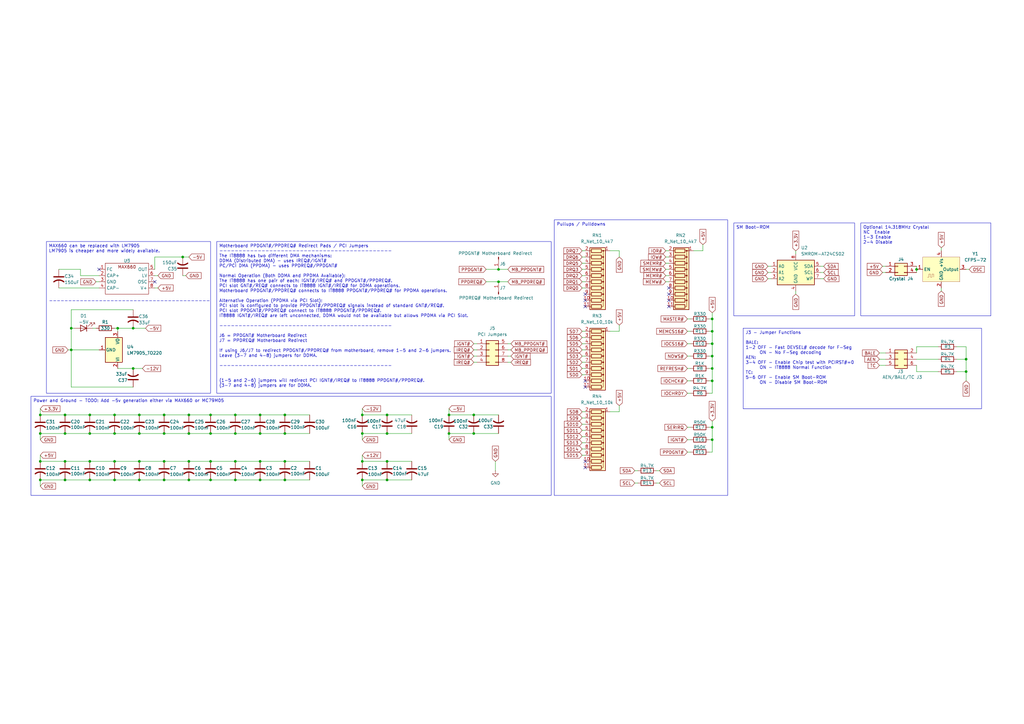
<source format=kicad_sch>
(kicad_sch (version 20250114) (generator "eeschema") (generator_version "9.0")
  (paper "A3")
  (text_box "MAX660 can be replaced with LM7905\nLM7905 is cheaper and more widely available.\n\n\n\n\n\n\n\n\n\n------------------------------------------" (at 19.05 99.06 0) (size 67.31 62.23) (margins 0.9525 0.9525 0.9525 0.9525) (effects (font (size 1.27 1.27)) (justify left top)))
  (text_box "Motherboard PPDGNT#/PPDREQ# Redirect Pads / PCI Jumpers\n---------------------------------------------\nThe IT8888 has two different DMA mechanisms:\nDDMA (Distributed DMA) - uses IREQ#/IGNT#\nPC/PCI DMA (PPDMA) - uses PPDREQ#/PPDGNT#\n\nNormal Operation (Both DDMA and PPDMA Available):\nThe IT8888 has one pair of each: IGNT#/IREQ# and PPDGNT#/PPDREQ#.\nPCI slot GNT#/REQ# connects to IT8888 IGNT#/IREQ# for DDMA operations.\nMotherboard PPDGNT#/PPDREQ# connects to IT8888 PPDGNT#/PPDREQ# for PPDMA operations.\n\nAlternative Operation (PPDMA via PCI Slot):\nPCI slot is configured to provide PPDGNT#/PPDREQ# signals instead of standard GNT#/REQ#.\nPCI slot PPDGNT#/PPDREQ# connect to IT8888 PPDGNT#/PPDREQ#.\nIT8888 IGNT#/IREQ# are left unconnected, DDMA would not be available but allows PPDMA via PCI Slot.\n\n---------------------------------------------\n\nJ6 = PPDGNT# Motherboard Redirect\nJ7 = PPDREQ# Motherboard Redirect\n\nIf using J6/J7 to redirect PPDGNT#/PPDREQ# from motherboard, remove 1-5 and 2-6 jumpers.\nLeave (3-7 and 4-8) jumpers for DDMA.\n\n---------------------------------------------\n\n\n(1-5 and 2-6) jumpers will redirect PCI IGNT#/IREQ# to IT8888 PPDGNT#/PPDREQ#. \n(3-7 and 4-8) jumpers are for DDMA.\n" (at 88.9 99.06 0) (size 137.16 62.23) (margins 0.9525 0.9525 0.9525 0.9525) (effects (font (size 1.27 1.27)) (justify left top)))
  (text_box "Pullups / Pulldowns" (at 227.33 90.17 0) (size 71.12 113.03) (margins 0.9525 0.9525 0.9525 0.9525) (effects (font (size 1.27 1.27)) (justify left top)))
  (text_box "SM Boot-ROM" (at 300.99 91.44 0) (size 49.53 38.1) (margins 0.9525 0.9525 0.9525 0.9525) (effects (font (size 1.27 1.27)) (justify left top)))
  (text_box "J3 - Jumper Functions\n\nBALE:\n1-2 OFF - Fast DEVSEL# decode for F-Seg\n	 ON - No F-Seg decoding\nAEN:\n3-4 OFF - Enable Chip test with PCIRST#=0\n	 ON - IT8888 Normal Function\nTC:\n5-6 OFF - Enable SM Boot-ROM\n	 ON - Disable SM Boot-ROM" (at 304.8 134.62 0) (size 97.79 33.02) (margins 0.9525 0.9525 0.9525 0.9525) (effects (font (size 1.27 1.27)) (justify left top)))
  (text_box "Power and Ground - TODO: Add -5v generation either via MAX660 or MC79M05" (at 12.7 162.56 0) (size 213.36 40.64) (margins 0.9525 0.9525 0.9525 0.9525) (effects (font (size 1.27 1.27)) (justify left top)))
  (text_box "Optional 14.318MHz Crystal\nNC  Enable\n1-3 Enable\n2-4 Disable" (at 353.06 91.44 0) (size 53.34 38.1) (margins 0.9525 0.9525 0.9525 0.9525) (effects (font (size 1.27 1.27)) (justify left top)))
  (junction (at 96.52 189.23))
  (junction (at 116.84 170.18))
  (junction (at 204.47 110.49))
  (junction (at 26.67 177.8))
  (junction (at 46.99 196.85))
  (junction (at 148.59 177.8))
  (junction (at 48.26 134.62))
  (junction (at 16.51 177.8))
  (junction (at 67.31 170.18))
  (junction (at 57.15 177.8))
  (junction (at 148.59 196.85))
  (junction (at 54.61 134.62))
  (junction (at 158.75 177.8))
  (junction (at 26.67 189.23))
  (junction (at 26.67 170.18))
  (junction (at 36.83 177.8))
  (junction (at 67.31 196.85))
  (junction (at 29.21 134.62))
  (junction (at 106.68 196.85))
  (junction (at 46.99 170.18))
  (junction (at 292.1 151.13))
  (junction (at 86.36 170.18))
  (junction (at 16.51 189.23))
  (junction (at 29.21 143.51))
  (junction (at 292.1 180.34))
  (junction (at 396.24 147.32))
  (junction (at 116.84 177.8))
  (junction (at 46.99 189.23))
  (junction (at 26.67 196.85))
  (junction (at 77.47 177.8))
  (junction (at 67.31 177.8))
  (junction (at 184.15 170.18))
  (junction (at 77.47 170.18))
  (junction (at 184.15 177.8))
  (junction (at 74.93 105.41))
  (junction (at 158.75 189.23))
  (junction (at 292.1 140.97))
  (junction (at 77.47 189.23))
  (junction (at 86.36 177.8))
  (junction (at 36.83 196.85))
  (junction (at 16.51 196.85))
  (junction (at 36.83 170.18))
  (junction (at 96.52 177.8))
  (junction (at 292.1 156.21))
  (junction (at 375.92 110.49))
  (junction (at 106.68 177.8))
  (junction (at 194.31 170.18))
  (junction (at 158.75 170.18))
  (junction (at 77.47 196.85))
  (junction (at 292.1 175.26))
  (junction (at 292.1 130.81))
  (junction (at 396.24 152.4))
  (junction (at 86.36 189.23))
  (junction (at 158.75 196.85))
  (junction (at 96.52 170.18))
  (junction (at 57.15 196.85))
  (junction (at 148.59 189.23))
  (junction (at 36.83 189.23))
  (junction (at 106.68 170.18))
  (junction (at 204.47 115.57))
  (junction (at 106.68 189.23))
  (junction (at 148.59 170.18))
  (junction (at 116.84 189.23))
  (junction (at 67.31 189.23))
  (junction (at 116.84 196.85))
  (junction (at 194.31 177.8))
  (junction (at 86.36 196.85))
  (junction (at 16.51 170.18))
  (junction (at 292.1 146.05))
  (junction (at 57.15 189.23))
  (junction (at 57.15 170.18))
  (junction (at 46.99 177.8))
  (junction (at 54.61 151.13))
  (junction (at 96.52 196.85))
  (junction (at 292.1 135.89))
  (no_connect (at 40.64 110.49))
  (no_connect (at 274.32 123.19))
  (no_connect (at 274.32 125.73))
  (no_connect (at 240.03 125.73))
  (no_connect (at 240.03 156.21))
  (no_connect (at 274.32 118.11))
  (no_connect (at 240.03 189.23))
  (no_connect (at 240.03 123.19))
  (no_connect (at 240.03 158.75))
  (no_connect (at 240.03 120.65))
  (no_connect (at 274.32 120.65))
  (no_connect (at 240.03 191.77))
  (no_connect (at 63.5 115.57))
  (wire (pts (xy 148.59 180.34) (xy 148.59 177.8)))
  (wire (pts (xy 46.99 170.18) (xy 57.15 170.18)))
  (wire (pts (xy 238.76 186.69) (xy 240.03 186.69)))
  (wire (pts (xy 48.26 134.62) (xy 48.26 135.89)))
  (wire (pts (xy 86.36 177.8) (xy 96.52 177.8)))
  (wire (pts (xy 336.55 114.3) (xy 337.82 114.3)))
  (wire (pts (xy 250.19 168.91) (xy 254 168.91)))
  (wire (pts (xy 116.84 196.85) (xy 127 196.85)))
  (wire (pts (xy 158.75 177.8) (xy 168.91 177.8)))
  (wire (pts (xy 199.39 115.57) (xy 204.47 115.57)))
  (wire (pts (xy 96.52 170.18) (xy 106.68 170.18)))
  (wire (pts (xy 16.51 186.69) (xy 16.51 189.23)))
  (wire (pts (xy 24.13 118.11) (xy 40.64 118.11)))
  (wire (pts (xy 273.05 110.49) (xy 274.32 110.49)))
  (wire (pts (xy 29.21 127) (xy 29.21 134.62)))
  (wire (pts (xy 16.51 189.23) (xy 26.67 189.23)))
  (wire (pts (xy 64.77 118.11) (xy 63.5 118.11)))
  (wire (pts (xy 67.31 177.8) (xy 77.47 177.8)))
  (wire (pts (xy 86.36 196.85) (xy 96.52 196.85)))
  (wire (pts (xy 208.28 140.97) (xy 209.55 140.97)))
  (wire (pts (xy 238.76 118.11) (xy 240.03 118.11)))
  (wire (pts (xy 116.84 189.23) (xy 127 189.23)))
  (wire (pts (xy 361.95 111.76) (xy 363.22 111.76)))
  (wire (pts (xy 375.92 109.22) (xy 375.92 110.49)))
  (wire (pts (xy 283.21 180.34) (xy 281.94 180.34)))
  (wire (pts (xy 292.1 130.81) (xy 292.1 135.89)))
  (wire (pts (xy 375.92 149.86) (xy 375.92 152.4)))
  (wire (pts (xy 281.94 140.97) (xy 283.21 140.97)))
  (wire (pts (xy 46.99 177.8) (xy 57.15 177.8)))
  (wire (pts (xy 194.31 148.59) (xy 195.58 148.59)))
  (wire (pts (xy 74.93 105.41) (xy 77.47 105.41)))
  (wire (pts (xy 375.92 152.4) (xy 384.81 152.4)))
  (wire (pts (xy 292.1 185.42) (xy 292.1 180.34)))
  (wire (pts (xy 16.51 199.39) (xy 16.51 196.85)))
  (wire (pts (xy 29.21 143.51) (xy 40.64 143.51)))
  (wire (pts (xy 29.21 134.62) (xy 30.48 134.62)))
  (wire (pts (xy 238.76 176.53) (xy 240.03 176.53)))
  (wire (pts (xy 375.92 147.32) (xy 384.81 147.32)))
  (wire (pts (xy 29.21 158.75) (xy 54.61 158.75)))
  (wire (pts (xy 36.83 170.18) (xy 46.99 170.18)))
  (wire (pts (xy 208.28 148.59) (xy 209.55 148.59)))
  (wire (pts (xy 33.02 113.03) (xy 33.02 110.49)))
  (wire (pts (xy 77.47 196.85) (xy 86.36 196.85)))
  (wire (pts (xy 148.59 167.64) (xy 148.59 170.18)))
  (wire (pts (xy 292.1 175.26) (xy 292.1 172.72)))
  (wire (pts (xy 284.48 102.87) (xy 288.29 102.87)))
  (wire (pts (xy 148.59 196.85) (xy 158.75 196.85)))
  (wire (pts (xy 238.76 135.89) (xy 240.03 135.89)))
  (wire (pts (xy 106.68 196.85) (xy 116.84 196.85)))
  (wire (pts (xy 57.15 196.85) (xy 67.31 196.85)))
  (wire (pts (xy 336.55 109.22) (xy 337.82 109.22)))
  (wire (pts (xy 40.64 113.03) (xy 33.02 113.03)))
  (wire (pts (xy 63.5 105.41) (xy 63.5 110.49)))
  (wire (pts (xy 16.51 196.85) (xy 26.67 196.85)))
  (wire (pts (xy 106.68 170.18) (xy 116.84 170.18)))
  (wire (pts (xy 238.76 138.43) (xy 240.03 138.43)))
  (wire (pts (xy 375.92 110.49) (xy 375.92 111.76)))
  (wire (pts (xy 292.1 135.89) (xy 292.1 140.97)))
  (wire (pts (xy 238.76 140.97) (xy 240.03 140.97)))
  (wire (pts (xy 260.35 198.12) (xy 261.62 198.12)))
  (wire (pts (xy 292.1 175.26) (xy 292.1 180.34)))
  (wire (pts (xy 238.76 173.99) (xy 240.03 173.99)))
  (wire (pts (xy 26.67 177.8) (xy 36.83 177.8)))
  (wire (pts (xy 238.76 171.45) (xy 240.03 171.45)))
  (wire (pts (xy 16.51 177.8) (xy 16.51 180.34)))
  (wire (pts (xy 397.51 110.49) (xy 396.24 110.49)))
  (wire (pts (xy 158.75 170.18) (xy 168.91 170.18)))
  (wire (pts (xy 290.83 146.05) (xy 292.1 146.05)))
  (wire (pts (xy 273.05 107.95) (xy 274.32 107.95)))
  (wire (pts (xy 254 133.35) (xy 254 135.89)))
  (wire (pts (xy 184.15 170.18) (xy 194.31 170.18)))
  (wire (pts (xy 184.15 177.8) (xy 194.31 177.8)))
  (wire (pts (xy 392.43 147.32) (xy 396.24 147.32)))
  (wire (pts (xy 86.36 170.18) (xy 96.52 170.18)))
  (wire (pts (xy 290.83 180.34) (xy 292.1 180.34)))
  (wire (pts (xy 260.35 193.04) (xy 261.62 193.04)))
  (wire (pts (xy 238.76 153.67) (xy 240.03 153.67)))
  (wire (pts (xy 194.31 143.51) (xy 195.58 143.51)))
  (wire (pts (xy 281.94 151.13) (xy 283.21 151.13)))
  (wire (pts (xy 26.67 189.23) (xy 36.83 189.23)))
  (wire (pts (xy 250.19 102.87) (xy 254 102.87)))
  (wire (pts (xy 57.15 189.23) (xy 67.31 189.23)))
  (wire (pts (xy 250.19 135.89) (xy 254 135.89)))
  (wire (pts (xy 392.43 142.24) (xy 396.24 142.24)))
  (wire (pts (xy 386.08 101.6) (xy 386.08 102.87)))
  (wire (pts (xy 158.75 196.85) (xy 168.91 196.85)))
  (wire (pts (xy 209.55 143.51) (xy 208.28 143.51)))
  (wire (pts (xy 148.59 189.23) (xy 158.75 189.23)))
  (wire (pts (xy 290.83 156.21) (xy 292.1 156.21)))
  (wire (pts (xy 281.94 135.89) (xy 283.21 135.89)))
  (wire (pts (xy 57.15 177.8) (xy 67.31 177.8)))
  (wire (pts (xy 96.52 177.8) (xy 106.68 177.8)))
  (wire (pts (xy 54.61 151.13) (xy 58.42 151.13)))
  (wire (pts (xy 148.59 186.69) (xy 148.59 189.23)))
  (wire (pts (xy 270.51 198.12) (xy 269.24 198.12)))
  (wire (pts (xy 238.76 115.57) (xy 240.03 115.57)))
  (wire (pts (xy 184.15 167.64) (xy 184.15 170.18)))
  (wire (pts (xy 238.76 184.15) (xy 240.03 184.15)))
  (wire (pts (xy 203.2 189.23) (xy 203.2 193.04)))
  (wire (pts (xy 36.83 177.8) (xy 46.99 177.8)))
  (wire (pts (xy 204.47 115.57) (xy 208.28 115.57)))
  (wire (pts (xy 238.76 146.05) (xy 240.03 146.05)))
  (wire (pts (xy 360.68 147.32) (xy 363.22 147.32)))
  (wire (pts (xy 290.83 161.29) (xy 292.1 161.29)))
  (wire (pts (xy 36.83 196.85) (xy 46.99 196.85)))
  (wire (pts (xy 106.68 189.23) (xy 116.84 189.23)))
  (wire (pts (xy 314.96 111.76) (xy 316.23 111.76)))
  (wire (pts (xy 96.52 196.85) (xy 106.68 196.85)))
  (wire (pts (xy 290.83 185.42) (xy 292.1 185.42)))
  (wire (pts (xy 326.39 119.38) (xy 326.39 120.65)))
  (wire (pts (xy 396.24 152.4) (xy 392.43 152.4)))
  (wire (pts (xy 148.59 177.8) (xy 158.75 177.8)))
  (wire (pts (xy 326.39 102.87) (xy 326.39 104.14)))
  (wire (pts (xy 273.05 113.03) (xy 274.32 113.03)))
  (wire (pts (xy 96.52 189.23) (xy 106.68 189.23)))
  (wire (pts (xy 396.24 147.32) (xy 396.24 152.4)))
  (wire (pts (xy 314.96 114.3) (xy 316.23 114.3)))
  (wire (pts (xy 46.99 189.23) (xy 57.15 189.23)))
  (wire (pts (xy 238.76 105.41) (xy 240.03 105.41)))
  (wire (pts (xy 54.61 134.62) (xy 59.69 134.62)))
  (wire (pts (xy 16.51 170.18) (xy 26.67 170.18)))
  (wire (pts (xy 336.55 111.76) (xy 337.82 111.76)))
  (wire (pts (xy 238.76 179.07) (xy 240.03 179.07)))
  (wire (pts (xy 204.47 110.49) (xy 208.28 110.49)))
  (wire (pts (xy 46.99 196.85) (xy 57.15 196.85)))
  (wire (pts (xy 77.47 170.18) (xy 86.36 170.18)))
  (wire (pts (xy 292.1 146.05) (xy 292.1 151.13)))
  (wire (pts (xy 29.21 134.62) (xy 29.21 143.51)))
  (wire (pts (xy 360.68 144.78) (xy 363.22 144.78)))
  (wire (pts (xy 238.76 110.49) (xy 240.03 110.49)))
  (wire (pts (xy 36.83 189.23) (xy 46.99 189.23)))
  (wire (pts (xy 194.31 140.97) (xy 195.58 140.97)))
  (wire (pts (xy 281.94 146.05) (xy 283.21 146.05)))
  (wire (pts (xy 292.1 128.27) (xy 292.1 130.81)))
  (wire (pts (xy 386.08 119.38) (xy 386.08 118.11)))
  (wire (pts (xy 16.51 167.64) (xy 16.51 170.18)))
  (wire (pts (xy 238.76 113.03) (xy 240.03 113.03)))
  (wire (pts (xy 27.94 143.51) (xy 29.21 143.51)))
  (wire (pts (xy 184.15 177.8) (xy 184.15 180.34)))
  (wire (pts (xy 273.05 115.57) (xy 274.32 115.57)))
  (wire (pts (xy 238.76 102.87) (xy 240.03 102.87)))
  (wire (pts (xy 46.99 134.62) (xy 48.26 134.62)))
  (wire (pts (xy 57.15 170.18) (xy 67.31 170.18)))
  (wire (pts (xy 39.37 115.57) (xy 40.64 115.57)))
  (wire (pts (xy 273.05 105.41) (xy 274.32 105.41)))
  (wire (pts (xy 283.21 185.42) (xy 281.94 185.42)))
  (wire (pts (xy 254 102.87) (xy 254 105.41)))
  (wire (pts (xy 290.83 140.97) (xy 292.1 140.97)))
  (wire (pts (xy 238.76 148.59) (xy 240.03 148.59)))
  (wire (pts (xy 67.31 170.18) (xy 77.47 170.18)))
  (wire (pts (xy 290.83 135.89) (xy 292.1 135.89)))
  (wire (pts (xy 375.92 142.24) (xy 384.81 142.24)))
  (wire (pts (xy 63.5 113.03) (xy 64.77 113.03)))
  (wire (pts (xy 29.21 158.75) (xy 29.21 143.51)))
  (wire (pts (xy 238.76 107.95) (xy 240.03 107.95)))
  (wire (pts (xy 281.94 130.81) (xy 283.21 130.81)))
  (wire (pts (xy 361.95 109.22) (xy 363.22 109.22)))
  (wire (pts (xy 290.83 151.13) (xy 292.1 151.13)))
  (wire (pts (xy 158.75 189.23) (xy 168.91 189.23)))
  (wire (pts (xy 16.51 177.8) (xy 26.67 177.8)))
  (wire (pts (xy 77.47 189.23) (xy 86.36 189.23)))
  (wire (pts (xy 148.59 170.18) (xy 158.75 170.18)))
  (wire (pts (xy 288.29 102.87) (xy 288.29 100.33)))
  (wire (pts (xy 116.84 177.8) (xy 127 177.8)))
  (wire (pts (xy 194.31 170.18) (xy 204.47 170.18)))
  (wire (pts (xy 86.36 189.23) (xy 96.52 189.23)))
  (wire (pts (xy 375.92 144.78) (xy 375.92 142.24)))
  (wire (pts (xy 199.39 110.49) (xy 204.47 110.49)))
  (wire (pts (xy 292.1 140.97) (xy 292.1 146.05)))
  (wire (pts (xy 148.59 199.39) (xy 148.59 196.85)))
  (wire (pts (xy 396.24 142.24) (xy 396.24 147.32)))
  (wire (pts (xy 238.76 181.61) (xy 240.03 181.61)))
  (wire (pts (xy 194.31 146.05) (xy 195.58 146.05)))
  (wire (pts (xy 238.76 151.13) (xy 240.03 151.13)))
  (wire (pts (xy 26.67 196.85) (xy 36.83 196.85)))
  (wire (pts (xy 39.37 134.62) (xy 38.1 134.62)))
  (wire (pts (xy 290.83 175.26) (xy 292.1 175.26)))
  (wire (pts (xy 76.2 113.03) (xy 74.93 113.03)))
  (wire (pts (xy 292.1 156.21) (xy 292.1 161.29)))
  (wire (pts (xy 48.26 151.13) (xy 54.61 151.13)))
  (wire (pts (xy 116.84 170.18) (xy 127 170.18)))
  (wire (pts (xy 208.28 146.05) (xy 209.55 146.05)))
  (wire (pts (xy 292.1 151.13) (xy 292.1 156.21)))
  (wire (pts (xy 238.76 143.51) (xy 240.03 143.51)))
  (wire (pts (xy 29.21 127) (xy 54.61 127)))
  (wire (pts (xy 48.26 134.62) (xy 54.61 134.62)))
  (wire (pts (xy 194.31 177.8) (xy 204.47 177.8)))
  (wire (pts (xy 238.76 168.91) (xy 240.03 168.91)))
  (wire (pts (xy 314.96 109.22) (xy 316.23 109.22)))
  (wire (pts (xy 67.31 189.23) (xy 77.47 189.23)))
  (wire (pts (xy 360.68 149.86) (xy 363.22 149.86)))
  (wire (pts (xy 281.94 156.21) (xy 283.21 156.21)))
  (wire (pts (xy 106.68 177.8) (xy 116.84 177.8)))
  (wire (pts (xy 273.05 102.87) (xy 274.32 102.87)))
  (wire (pts (xy 26.67 170.18) (xy 36.83 170.18)))
  (wire (pts (xy 270.51 193.04) (xy 269.24 193.04)))
  (wire (pts (xy 33.02 110.49) (xy 24.13 110.49)))
  (wire (pts (xy 67.31 196.85) (xy 77.47 196.85)))
  (wire (pts (xy 63.5 105.41) (xy 74.93 105.41)))
  (wire (pts (xy 283.21 175.26) (xy 281.94 175.26)))
  (wire (pts (xy 396.24 152.4) (xy 396.24 156.21)))
  (wire (pts (xy 292.1 130.81) (xy 290.83 130.81)))
  (wire (pts (xy 254 168.91) (xy 254 166.37)))
  (wire (pts (xy 283.21 161.29) (xy 281.94 161.29)))
  (wire (pts (xy 77.47 177.8) (xy 86.36 177.8)))
  (global_label "+3.3V" (shape input) (at 16.51 167.64 0) (property "Intersheetrefs" "${INTERSHEET_REFS}" (effects (hide yes))))
  (global_label "GND" (shape input) (at 314.96 114.3 180) (property "Intersheetrefs" "${INTERSHEET_REFS}" (effects (hide yes))))
  (global_label "PPDREQ#" (shape input) (at 199.39 115.57 180) (property "Intersheetrefs" "${INTERSHEET_REFS}" (effects (hide yes))))
  (global_label "MEMW#" (shape input) (at 273.05 115.57 180) (property "Intersheetrefs" "${INTERSHEET_REFS}" (effects (hide yes))))
  (global_label "+3.3V" (shape input) (at 326.39 102.87 90) (property "Intersheetrefs" "${INTERSHEET_REFS}" (effects (hide yes))))
  (global_label "SCL" (shape input) (at 260.35 198.12 180) (property "Intersheetrefs" "${INTERSHEET_REFS}" (effects (hide yes))))
  (global_label "SD7" (shape input) (at 238.76 135.89 180) (property "Intersheetrefs" "${INTERSHEET_REFS}" (effects (hide yes))))
  (global_label "IOW#" (shape input) (at 273.05 105.41 180) (property "Intersheetrefs" "${INTERSHEET_REFS}" (effects (hide yes))))
  (global_label "SDA" (shape input) (at 337.82 109.22 0) (property "Intersheetrefs" "${INTERSHEET_REFS}" (effects (hide yes))))
  (global_label "GND" (shape input) (at 64.77 113.03 0) (property "Intersheetrefs" "${INTERSHEET_REFS}" (effects (hide yes))))
  (global_label "+5V" (shape input) (at 64.77 118.11 0) (property "Intersheetrefs" "${INTERSHEET_REFS}" (effects (hide yes))))
  (global_label "IGNT#" (shape input) (at 281.94 180.34 180) (property "Intersheetrefs" "${INTERSHEET_REFS}" (effects (hide yes))))
  (global_label "GND" (shape input) (at 314.96 109.22 180) (property "Intersheetrefs" "${INTERSHEET_REFS}" (effects (hide yes))))
  (global_label "SD1" (shape input) (at 238.76 151.13 180) (property "Intersheetrefs" "${INTERSHEET_REFS}" (effects (hide yes))))
  (global_label "SD8" (shape input) (at 238.76 168.91 180) (property "Intersheetrefs" "${INTERSHEET_REFS}" (effects (hide yes))))
  (global_label "SCL" (shape input) (at 337.82 111.76 0) (property "Intersheetrefs" "${INTERSHEET_REFS}" (effects (hide yes))))
  (global_label "SD3" (shape input) (at 238.76 146.05 180) (property "Intersheetrefs" "${INTERSHEET_REFS}" (effects (hide yes))))
  (global_label "GND" (shape input) (at 148.59 199.39 0) (property "Intersheetrefs" "${INTERSHEET_REFS}" (effects (hide yes))))
  (global_label "GND" (shape input) (at 184.15 180.34 0) (property "Intersheetrefs" "${INTERSHEET_REFS}" (effects (hide yes))))
  (global_label "SD14" (shape input) (at 238.76 184.15 180) (property "Intersheetrefs" "${INTERSHEET_REFS}" (effects (hide yes))))
  (global_label "SD6" (shape input) (at 238.76 138.43 180) (property "Intersheetrefs" "${INTERSHEET_REFS}" (effects (hide yes))))
  (global_label "SCL" (shape input) (at 270.51 198.12 0) (property "Intersheetrefs" "${INTERSHEET_REFS}" (effects (hide yes))))
  (global_label "SD11" (shape input) (at 238.76 176.53 180) (property "Intersheetrefs" "${INTERSHEET_REFS}" (effects (hide yes))))
  (global_label "SDA" (shape input) (at 270.51 193.04 0) (property "Intersheetrefs" "${INTERSHEET_REFS}" (effects (hide yes))))
  (global_label "DRQ6" (shape input) (at 238.76 105.41 180) (property "Intersheetrefs" "${INTERSHEET_REFS}" (effects (hide yes))))
  (global_label "MB_PPDREQ#" (shape input) (at 208.28 115.57 0) (property "Intersheetrefs" "${INTERSHEET_REFS}" (effects (hide yes))))
  (global_label "PPDGNT#" (shape input) (at 199.39 110.49 180) (property "Intersheetrefs" "${INTERSHEET_REFS}" (effects (hide yes))))
  (global_label "DRQ0" (shape input) (at 238.76 118.11 180) (property "Intersheetrefs" "${INTERSHEET_REFS}" (effects (hide yes))))
  (global_label "-12V" (shape input) (at 148.59 167.64 0) (property "Intersheetrefs" "${INTERSHEET_REFS}" (effects (hide yes))))
  (global_label "GND" (shape input) (at 76.2 113.03 0) (property "Intersheetrefs" "${INTERSHEET_REFS}" (effects (hide yes))))
  (global_label "GND" (shape input) (at 386.08 119.38 270) (property "Intersheetrefs" "${INTERSHEET_REFS}" (effects (hide yes))))
  (global_label "-5V" (shape input) (at 59.69 134.62 0) (property "Intersheetrefs" "${INTERSHEET_REFS}" (effects (hide yes))))
  (global_label "SD9" (shape input) (at 238.76 171.45 180) (property "Intersheetrefs" "${INTERSHEET_REFS}" (effects (hide yes))))
  (global_label "DRQ7" (shape input) (at 238.76 102.87 180) (property "Intersheetrefs" "${INTERSHEET_REFS}" (effects (hide yes))))
  (global_label "PPDGNT#" (shape input) (at 281.94 185.42 180) (property "Intersheetrefs" "${INTERSHEET_REFS}" (effects (hide yes))))
  (global_label "SD12" (shape input) (at 238.76 179.07 180) (property "Intersheetrefs" "${INTERSHEET_REFS}" (effects (hide yes))))
  (global_label "-12V" (shape input) (at 58.42 151.13 0) (property "Intersheetrefs" "${INTERSHEET_REFS}" (effects (hide yes))))
  (global_label "MB_PPDGNT#" (shape input) (at 209.55 140.97 0) (property "Intersheetrefs" "${INTERSHEET_REFS}" (effects (hide yes))))
  (global_label "DRQ2" (shape input) (at 238.76 113.03 180) (property "Intersheetrefs" "${INTERSHEET_REFS}" (effects (hide yes))))
  (global_label "IGNT#" (shape input) (at 194.31 140.97 180) (property "Intersheetrefs" "${INTERSHEET_REFS}" (effects (hide yes))))
  (global_label "IOCHRDY" (shape input) (at 281.94 161.29 180) (property "Intersheetrefs" "${INTERSHEET_REFS}" (effects (hide yes))))
  (global_label "GND" (shape input) (at 314.96 111.76 180) (property "Intersheetrefs" "${INTERSHEET_REFS}" (effects (hide yes))))
  (global_label "MASTER#" (shape input) (at 281.94 130.81 180) (property "Intersheetrefs" "${INTERSHEET_REFS}" (effects (hide yes))))
  (global_label "-5V" (shape input) (at 184.15 167.64 0) (property "Intersheetrefs" "${INTERSHEET_REFS}" (effects (hide yes))))
  (global_label "TC" (shape input) (at 360.68 149.86 180) (property "Intersheetrefs" "${INTERSHEET_REFS}" (effects (hide yes))))
  (global_label "IREQ#" (shape input) (at 194.31 143.51 180) (property "Intersheetrefs" "${INTERSHEET_REFS}" (effects (hide yes))))
  (global_label "NOWS#" (shape input) (at 281.94 146.05 180) (property "Intersheetrefs" "${INTERSHEET_REFS}" (effects (hide yes))))
  (global_label "MB_PPDREQ#" (shape input) (at 209.55 143.51 0) (property "Intersheetrefs" "${INTERSHEET_REFS}" (effects (hide yes))))
  (global_label "GND" (shape input) (at 39.37 115.57 180) (property "Intersheetrefs" "${INTERSHEET_REFS}" (effects (hide yes))))
  (global_label "GND" (shape input) (at 337.82 114.3 0) (property "Intersheetrefs" "${INTERSHEET_REFS}" (effects (hide yes))))
  (global_label "MEMR#" (shape input) (at 273.05 113.03 180) (property "Intersheetrefs" "${INTERSHEET_REFS}" (effects (hide yes))))
  (global_label "+5V" (shape input) (at 16.51 186.69 0) (property "Intersheetrefs" "${INTERSHEET_REFS}" (effects (hide yes))))
  (global_label "GND" (shape input) (at 27.94 143.51 180) (property "Intersheetrefs" "${INTERSHEET_REFS}" (effects (hide yes))))
  (global_label "IREQ#" (shape input) (at 194.31 148.59 180) (property "Intersheetrefs" "${INTERSHEET_REFS}" (effects (hide yes))))
  (global_label "+5V" (shape input) (at 292.1 128.27 90) (property "Intersheetrefs" "${INTERSHEET_REFS}" (effects (hide yes))))
  (global_label "OSC" (shape input) (at 397.51 110.49 0) (property "Intersheetrefs" "${INTERSHEET_REFS}" (effects (hide yes))))
  (global_label "-5V" (shape input) (at 77.47 105.41 0) (property "Intersheetrefs" "${INTERSHEET_REFS}" (effects (hide yes))))
  (global_label "+5V" (shape input) (at 386.08 101.6 90) (property "Intersheetrefs" "${INTERSHEET_REFS}" (effects (hide yes))))
  (global_label "GND" (shape input) (at 203.2 189.23 90) (property "Intersheetrefs" "${INTERSHEET_REFS}" (effects (hide yes))))
  (global_label "DRQ1" (shape input) (at 238.76 115.57 180) (property "Intersheetrefs" "${INTERSHEET_REFS}" (effects (hide yes))))
  (global_label "IOCHCK#" (shape input) (at 281.94 156.21 180) (property "Intersheetrefs" "${INTERSHEET_REFS}" (effects (hide yes))))
  (global_label "+5V" (shape input) (at 288.29 100.33 90) (property "Intersheetrefs" "${INTERSHEET_REFS}" (effects (hide yes))))
  (global_label "SD2" (shape input) (at 238.76 148.59 180) (property "Intersheetrefs" "${INTERSHEET_REFS}" (effects (hide yes))))
  (global_label "+3.3V" (shape input) (at 292.1 172.72 90) (property "Intersheetrefs" "${INTERSHEET_REFS}" (effects (hide yes))))
  (global_label "REFRESH#" (shape input) (at 281.94 151.13 180) (property "Intersheetrefs" "${INTERSHEET_REFS}" (effects (hide yes))))
  (global_label "DRQ3" (shape input) (at 238.76 110.49 180) (property "Intersheetrefs" "${INTERSHEET_REFS}" (effects (hide yes))))
  (global_label "GND" (shape input) (at 361.95 111.76 180) (property "Intersheetrefs" "${INTERSHEET_REFS}" (effects (hide yes))))
  (global_label "SD15" (shape input) (at 238.76 186.69 180) (property "Intersheetrefs" "${INTERSHEET_REFS}" (effects (hide yes))))
  (global_label "+5V" (shape input) (at 254 133.35 90) (property "Intersheetrefs" "${INTERSHEET_REFS}" (effects (hide yes))))
  (global_label "IOCS16#" (shape input) (at 281.94 140.97 180) (property "Intersheetrefs" "${INTERSHEET_REFS}" (effects (hide yes))))
  (global_label "GND" (shape input) (at 326.39 120.65 270) (property "Intersheetrefs" "${INTERSHEET_REFS}" (effects (hide yes))))
  (global_label "SD5" (shape input) (at 238.76 140.97 180) (property "Intersheetrefs" "${INTERSHEET_REFS}" (effects (hide yes))))
  (global_label "IREQ#" (shape input) (at 209.55 148.59 0) (property "Intersheetrefs" "${INTERSHEET_REFS}" (effects (hide yes))))
  (global_label "IGNT#" (shape input) (at 194.31 146.05 180) (property "Intersheetrefs" "${INTERSHEET_REFS}" (effects (hide yes))))
  (global_label "SD4" (shape input) (at 238.76 143.51 180) (property "Intersheetrefs" "${INTERSHEET_REFS}" (effects (hide yes))))
  (global_label "SMEMW#" (shape input) (at 273.05 110.49 180) (property "Intersheetrefs" "${INTERSHEET_REFS}" (effects (hide yes))))
  (global_label "+5V" (shape input) (at 254 166.37 90) (property "Intersheetrefs" "${INTERSHEET_REFS}" (effects (hide yes))))
  (global_label "GND" (shape input) (at 16.51 180.34 0) (property "Intersheetrefs" "${INTERSHEET_REFS}" (effects (hide yes))))
  (global_label "+12V" (shape input) (at 148.59 186.69 0) (property "Intersheetrefs" "${INTERSHEET_REFS}" (effects (hide yes))))
  (global_label "MEMCS16#" (shape input) (at 281.94 135.89 180) (property "Intersheetrefs" "${INTERSHEET_REFS}" (effects (hide yes))))
  (global_label "MB_PPDGNT#" (shape input) (at 208.28 110.49 0) (property "Intersheetrefs" "${INTERSHEET_REFS}" (effects (hide yes))))
  (global_label "DRQ5" (shape input) (at 238.76 107.95 180) (property "Intersheetrefs" "${INTERSHEET_REFS}" (effects (hide yes))))
  (global_label "GND" (shape input) (at 396.24 156.21 270) (property "Intersheetrefs" "${INTERSHEET_REFS}" (effects (hide yes))))
  (global_label "SMEMR#" (shape input) (at 273.05 107.95 180) (property "Intersheetrefs" "${INTERSHEET_REFS}" (effects (hide yes))))
  (global_label "SD13" (shape input) (at 238.76 181.61 180) (property "Intersheetrefs" "${INTERSHEET_REFS}" (effects (hide yes))))
  (global_label "SD0" (shape input) (at 238.76 153.67 180) (property "Intersheetrefs" "${INTERSHEET_REFS}" (effects (hide yes))))
  (global_label "BALE" (shape input) (at 360.68 144.78 180) (property "Intersheetrefs" "${INTERSHEET_REFS}" (effects (hide yes))))
  (global_label "SD10" (shape input) (at 238.76 173.99 180) (property "Intersheetrefs" "${INTERSHEET_REFS}" (effects (hide yes))))
  (global_label "GND" (shape input) (at 16.51 199.39 0) (property "Intersheetrefs" "${INTERSHEET_REFS}" (effects (hide yes))))
  (global_label "SDA" (shape input) (at 260.35 193.04 180) (property "Intersheetrefs" "${INTERSHEET_REFS}" (effects (hide yes))))
  (global_label "IOR#" (shape input) (at 273.05 102.87 180) (property "Intersheetrefs" "${INTERSHEET_REFS}" (effects (hide yes))))
  (global_label "IGNT#" (shape input) (at 209.55 146.05 0) (property "Intersheetrefs" "${INTERSHEET_REFS}" (effects (hide yes))))
  (global_label "GND" (shape input) (at 254 105.41 270) (property "Intersheetrefs" "${INTERSHEET_REFS}" (effects (hide yes))))
  (global_label "+5V" (shape input) (at 361.95 109.22 180) (property "Intersheetrefs" "${INTERSHEET_REFS}" (effects (hide yes))))
  (global_label "GND" (shape input) (at 148.59 180.34 0) (property "Intersheetrefs" "${INTERSHEET_REFS}" (effects (hide yes))))
  (global_label "SERIRQ" (shape input) (at 281.94 175.26 180) (property "Intersheetrefs" "${INTERSHEET_REFS}" (effects (hide yes))))
  (global_label "AEN" (shape input) (at 360.68 147.32 180) (property "Intersheetrefs" "${INTERSHEET_REFS}" (effects (hide yes))))
  (symbol (lib_id "Device:LED") (at 34.29 134.62 180) (unit 1)
    (property "Reference" "D1" (at 34.29 129.54 0))
    (property "Value" "-5V" (at 34.29 132.08 0))
    (property "Footprint" "LED_THT:LED_D5.0mm" (effects (hide yes)))
    (property "LCSC" "C99697" (effects (hide yes)))
  )
  (symbol (lib_id "Device:R") (at 43.18 134.62 270) (unit 1)
    (property "Reference" "R1" (at 43.18 132.08 90))
    (property "Value" "330" (at 43.18 134.62 90))
    (property "Footprint" "Resistor_THT:R_Axial_DIN0207_L6.3mm_D2.5mm_P7.62mm_Horizontal" (effects (hide yes)))
    (property "LCSC" "C58608" (effects (hide yes)))
  )
  (symbol (lib_id "Device:C_US") (at 57.15 173.99 0) (unit 1)
    (property "Reference" "C23" (at 59.436 172.974 0) (effects (justify left)))
    (property "Value" "100nF" (at 59.436 175.514 0) (effects (justify left)))
    (property "Footprint" "Capacitor_SMD:C_1808_4520Metric_Pad1.72x2.30mm_HandSolder" (effects (hide yes)))
    (property "Description" "capacitor, US symbol" (effects (hide yes)))
  )
  (symbol (lib_id "Connector_Generic:Conn_02x02_Top_Bottom") (at 368.3 109.22 0) (unit 1)
    (property "Reference" "J4" (at 369.57 106.426 0))
    (property "Value" "Crystal J4" (at 369.57 114.3 0))
    (property "Footprint" "Connector_PinHeader_2.00mm:PinHeader_2x02_P2.00mm_Vertical" (effects (hide yes)))
    (property "Description" "Generic connector, double row, 02x02, top/bottom pin numbering scheme (row 1: 1...pins_per_row, row2: pins_per_row+1 ... num_pins), script generated (kicad-library-utils/schlib/autogen/connector/)" (effects (hide yes)))
  )
  (symbol (lib_id "Connector_Generic:Conn_02x04_Top_Bottom") (at 200.66 143.51 0) (unit 1)
    (property "Reference" "J5" (at 201.93 134.62 0))
    (property "Value" "PCI Jumpers" (at 201.93 137.16 0))
    (property "Footprint" "Connector_PinHeader_2.00mm:PinHeader_2x04_P2.00mm_Vertical" (effects (hide yes)))
    (property "Description" "Generic connector, double row, 02x04, top/bottom pin numbering scheme (row 1: 1...pins_per_row, row2: pins_per_row+1 ... num_pins), script generated (kicad-library-utils/schlib/autogen/connector/)" (effects (hide yes)))
  )
  (symbol (lib_id "Device:C_US") (at 96.52 193.04 0) (unit 1)
    (property "Reference" "C4" (at 98.806 192.024 0) (effects (justify left)))
    (property "Value" "100nF" (at 98.806 194.564 0) (effects (justify left)))
    (property "Footprint" "Capacitor_SMD:C_1808_4520Metric_Pad1.72x2.30mm_HandSolder" (effects (hide yes)))
    (property "Description" "capacitor, US symbol" (effects (hide yes)))
  )
  (symbol (lib_id "Device:C_US") (at 26.67 173.99 0) (unit 1)
    (property "Reference" "C20" (at 28.956 172.974 0) (effects (justify left)))
    (property "Value" "100nF" (at 28.956 175.26 0) (effects (justify left)))
    (property "Footprint" "Capacitor_SMD:C_1808_4520Metric_Pad1.72x2.30mm_HandSolder" (effects (hide yes)))
    (property "Description" "capacitor, US symbol" (effects (hide yes)))
  )
  (symbol (lib_id "Device:C_US") (at 127 173.99 0) (unit 1)
    (property "Reference" "C30" (at 129.286 172.974 0) (effects (justify left)))
    (property "Value" "100uF" (at 129.286 175.514 0) (effects (justify left)))
    (property "Footprint" "Capacitor_THT:CP_Radial_D5.0mm_P2.50mm" (effects (hide yes)))
    (property "Description" "capacitor, US symbol" (effects (hide yes)))
  )
  (symbol (lib_id "Device:R_Network10") (at 279.4 115.57 270) (unit 1)
    (property "Reference" "RN2" (at 279.146 96.52 90))
    (property "Value" "R_Net_10_4k7" (at 279.146 99.06 90))
    (property "Footprint" "Resistor_THT:R_Array_SIP11" (effects (hide yes)))
    (property "Datasheet" "http://www.vishay.com/docs/31509/csc.pdf" (effects (hide yes)))
    (property "Description" "10 resistor network, star topology, bussed resistors, small symbol" (effects (hide yes)))
  )
  (symbol (lib_id "power:GND") (at 203.2 193.04 0) (unit 1)
    (property "Reference" "#PWR01" (effects (hide yes)))
    (property "Value" "GND" (at 203.2 198.12 0))
    (property "Description" "Power symbol creates a global label with name \"GND\" , ground" (effects (hide yes)))
  )
  (symbol (lib_id "Device:R") (at 287.02 156.21 90) (unit 1)
    (property "Reference" "R7" (at 287.02 156.21 90))
    (property "Value" "R1K" (at 287.02 154.178 90))
    (property "Footprint" "Resistor_THT:R_Axial_DIN0204_L3.6mm_D1.6mm_P5.08mm_Horizontal" (effects (hide yes)))
    (property "Description" "Resistor" (effects (hide yes)))
  )
  (symbol (lib_id "Device:R_Network10") (at 245.11 148.59 270) (unit 1)
    (property "Reference" "RN3" (at 244.856 129.54 90))
    (property "Value" "R_Net_10_10k" (at 244.856 132.08 90))
    (property "Footprint" "Resistor_THT:R_Array_SIP11" (effects (hide yes)))
    (property "Datasheet" "http://www.vishay.com/docs/31509/csc.pdf" (effects (hide yes)))
    (property "Description" "10 resistor network, star topology, bussed resistors, small symbol" (effects (hide yes)))
  )
  (symbol (lib_id "Device:C_US") (at 77.47 193.04 0) (unit 1)
    (property "Reference" "C6" (at 79.756 192.024 0) (effects (justify left)))
    (property "Value" "100nF" (at 79.756 194.564 0) (effects (justify left)))
    (property "Footprint" "Capacitor_SMD:C_1808_4520Metric_Pad1.72x2.30mm_HandSolder" (effects (hide yes)))
    (property "Description" "capacitor, US symbol" (effects (hide yes)))
  )
  (symbol (lib_id "Connector_Generic:Conn_02x03_Odd_Even") (at 368.3 147.32 0) (unit 1)
    (property "Reference" "J3" (at 369.316 152.4 0))
    (property "Value" "AEN/BALE/TC J3" (at 370.078 154.686 0))
    (property "Footprint" "Connector_PinHeader_2.00mm:PinHeader_2x03_P2.00mm_Vertical" (effects (hide yes)))
    (property "Description" "Generic connector, double row, 02x03, odd/even pin numbering scheme (row 1 odd numbers, row 2 even numbers), script generated (kicad-library-utils/schlib/autogen/connector/)" (effects (hide yes)))
  )
  (symbol (lib_id "Device:R_Network10") (at 245.11 181.61 270) (unit 1)
    (property "Reference" "RN4" (at 244.856 162.56 90))
    (property "Value" "R_Net_10_10k" (at 244.856 165.1 90))
    (property "Footprint" "Resistor_THT:R_Array_SIP11" (effects (hide yes)))
    (property "Datasheet" "http://www.vishay.com/docs/31509/csc.pdf" (effects (hide yes)))
    (property "Description" "10 resistor network, star topology, bussed resistors, small symbol" (effects (hide yes)))
  )
  (symbol (lib_id "Device:C_US") (at 67.31 193.04 0) (unit 1)
    (property "Reference" "C7" (at 69.596 192.024 0) (effects (justify left)))
    (property "Value" "100nF" (at 69.596 194.564 0) (effects (justify left)))
    (property "Footprint" "Capacitor_SMD:C_1808_4520Metric_Pad1.72x2.30mm_HandSolder" (effects (hide yes)))
    (property "Description" "capacitor, US symbol" (effects (hide yes)))
  )
  (symbol (lib_id "Device:C_US") (at 127 193.04 0) (unit 1)
    (property "Reference" "C1" (at 129.286 192.024 0) (effects (justify left)))
    (property "Value" "100uF" (at 129.286 194.564 0) (effects (justify left)))
    (property "Footprint" "Capacitor_THT:CP_Radial_D5.0mm_P2.50mm" (effects (hide yes)))
    (property "Description" "capacitor, US symbol" (effects (hide yes)))
  )
  (symbol (lib_id "Device:R") (at 265.43 193.04 90) (unit 1)
    (property "Reference" "R13" (at 265.43 193.04 90))
    (property "Value" "R4.7K" (at 265.43 191.008 90))
    (property "Footprint" "Resistor_THT:R_Axial_DIN0204_L3.6mm_D1.6mm_P5.08mm_Horizontal" (effects (hide yes)))
    (property "Description" "Resistor" (effects (hide yes)))
  )
  (symbol (lib_id "Device:C_US") (at 194.31 173.99 180) (unit 1)
    (property "Reference" "C32" (at 192.024 175.006 0) (effects (justify left)))
    (property "Value" "100nF" (at 192.024 172.72 0) (effects (justify left)))
    (property "Footprint" "Capacitor_SMD:C_1808_4520Metric_Pad1.72x2.30mm_HandSolder" (effects (hide yes)))
    (property "Description" "capacitor, US symbol" (effects (hide yes)))
  )
  (symbol (lib_id "Device:C_US") (at 54.61 154.94 180) (unit 1)
    (property "Reference" "C37" (at 52.324 155.956 0) (effects (justify left)))
    (property "Value" "33uF" (at 52.324 153.416 0) (effects (justify left)))
    (property "Footprint" "Capacitor_THT:CP_Radial_D5.0mm_P2.50mm" (effects (hide yes)))
    (property "Description" "capacitor, US symbol" (effects (hide yes)))
  )
  (symbol (lib_id "Device:R") (at 287.02 135.89 90) (unit 1)
    (property "Reference" "R11" (at 287.02 135.89 90))
    (property "Value" "R330" (at 287.02 133.858 90))
    (property "Footprint" "Resistor_THT:R_Axial_DIN0204_L3.6mm_D1.6mm_P5.08mm_Horizontal" (effects (hide yes)))
    (property "Description" "Resistor" (effects (hide yes)))
  )
  (symbol (lib_id "Device:C_US") (at 86.36 193.04 0) (unit 1)
    (property "Reference" "C5" (at 88.646 192.024 0) (effects (justify left)))
    (property "Value" "100nF" (at 88.646 194.564 0) (effects (justify left)))
    (property "Footprint" "Capacitor_SMD:C_1808_4520Metric_Pad1.72x2.30mm_HandSolder" (effects (hide yes)))
    (property "Description" "capacitor, US symbol" (effects (hide yes)))
  )
  (symbol (lib_id "Oscillator:CFPS-72") (at 386.08 110.49 0) (unit 1)
    (property "Reference" "Y1" (at 400.05 104.0698 0))
    (property "Value" "CFPS-72" (at 400.05 106.6098 0))
    (property "Footprint" "Oscillator:Oscillator_SMD_IQD_IQXO70-4Pin_7.5x5.0mm" (effects (hide yes)))
    (property "Datasheet" "https://www.mouser.com/datasheet/2/741/LFSPXO019081Bulk-984237.pdf" (effects (hide yes)))
    (property "Description" "14.318MHz 5V Crystal Oscillator, IQD CFPS-72" (effects (hide yes)))
    (property "Link" "https://www.mouser.com/ProductDetail/IQD/LFSPXO019081Bulk?qs=SNm0F99quPHCCdIPHNosXQ%3D%3D" (effects (hide yes)))
  )
  (symbol (lib_id "Device:R") (at 287.02 140.97 90) (unit 1)
    (property "Reference" "R10" (at 287.02 140.97 90))
    (property "Value" "R330" (at 287.02 138.938 90))
    (property "Footprint" "Resistor_THT:R_Axial_DIN0204_L3.6mm_D1.6mm_P5.08mm_Horizontal" (effects (hide yes)))
    (property "Description" "Resistor" (effects (hide yes)))
  )
  (symbol (lib_id "Device:C_US") (at 168.91 193.04 0) (unit 1)
    (property "Reference" "C15" (at 171.196 192.024 0) (effects (justify left)))
    (property "Value" "47uF" (at 171.196 194.564 0) (effects (justify left)))
    (property "Footprint" "Capacitor_THT:CP_Radial_D5.0mm_P2.50mm" (effects (hide yes)))
    (property "Description" "capacitor, US symbol" (effects (hide yes)))
  )
  (symbol (lib_id "ISA8888:MAX660CSAT") (at 52.07 114.3 0) (unit 1)
    (property "Reference" "U3" (at 52.07 106.934 0))
    (property "Value" "~" (at 52.07 106.68 0))
    (property "Footprint" "Package_SO:SOIC-8_3.9x4.9mm_P1.27mm" (effects (hide yes)))
    (property "Datasheet" "kicad-embed://max660.pdf" (effects (hide yes)))
    (property "Description" "https://www.digikey.com/en/products/detail/analog-devices-inc-maxim-integrated/MAX660CSA-T/1520956" (effects (hide yes)))
  )
  (symbol (lib_id "Device:R") (at 388.62 152.4 90) (unit 1)
    (property "Reference" "R5" (at 388.62 152.4 90))
    (property "Value" "R4.7K" (at 388.62 150.368 90))
    (property "Footprint" "Resistor_THT:R_Axial_DIN0204_L3.6mm_D1.6mm_P5.08mm_Horizontal" (effects (hide yes)))
    (property "Description" "Resistor" (effects (hide yes)))
  )
  (symbol (lib_id "Device:C_US") (at 36.83 193.04 0) (unit 1)
    (property "Reference" "C10" (at 39.116 192.024 0) (effects (justify left)))
    (property "Value" "100nF" (at 39.116 194.564 0) (effects (justify left)))
    (property "Footprint" "Capacitor_SMD:C_1808_4520Metric_Pad1.72x2.30mm_HandSolder" (effects (hide yes)))
    (property "Description" "capacitor, US symbol" (effects (hide yes)))
  )
  (symbol (lib_id "Device:C_US") (at 36.83 173.99 0) (unit 1)
    (property "Reference" "C21" (at 39.116 172.974 0) (effects (justify left)))
    (property "Value" "100nF" (at 39.116 175.514 0) (effects (justify left)))
    (property "Footprint" "Capacitor_SMD:C_1808_4520Metric_Pad1.72x2.30mm_HandSolder" (effects (hide yes)))
    (property "Description" "capacitor, US symbol" (effects (hide yes)))
  )
  (symbol (lib_id "Device:R") (at 287.02 185.42 90) (unit 1)
    (property "Reference" "R15" (at 287.02 185.42 90))
    (property "Value" "R50K" (at 287.02 183.388 90))
    (property "Footprint" "Resistor_THT:R_Axial_DIN0204_L3.6mm_D1.6mm_P5.08mm_Horizontal" (effects (hide yes)))
    (property "Description" "Resistor" (effects (hide yes)))
  )
  (symbol (lib_id "Device:R") (at 287.02 180.34 90) (unit 1)
    (property "Reference" "R16" (at 287.02 180.34 90))
    (property "Value" "R50K" (at 287.02 178.308 90))
    (property "Footprint" "Resistor_THT:R_Axial_DIN0204_L3.6mm_D1.6mm_P5.08mm_Horizontal" (effects (hide yes)))
    (property "Description" "Resistor" (effects (hide yes)))
  )
  (symbol (lib_id "Device:R") (at 287.02 146.05 90) (unit 1)
    (property "Reference" "R9" (at 287.02 146.05 90))
    (property "Value" "R330" (at 287.02 144.018 90))
    (property "Footprint" "Resistor_THT:R_Axial_DIN0204_L3.6mm_D1.6mm_P5.08mm_Horizontal" (effects (hide yes)))
    (property "Description" "Resistor" (effects (hide yes)))
  )
  (symbol (lib_id "Device:C_US") (at 77.47 173.99 0) (unit 1)
    (property "Reference" "C25" (at 79.756 172.974 0) (effects (justify left)))
    (property "Value" "100nF" (at 79.756 175.514 0) (effects (justify left)))
    (property "Footprint" "Capacitor_SMD:C_1808_4520Metric_Pad1.72x2.30mm_HandSolder" (effects (hide yes)))
    (property "Description" "capacitor, US symbol" (effects (hide yes)))
  )
  (symbol (lib_id "Connector:Conn_01x01_Pin") (at 204.47 105.41 270) (unit 1)
    (property "Reference" "J6" (at 204.978 108.204 90) (effects (justify left)))
    (property "Value" "PPDGNT# Motherboard Redirect" (at 187.96 103.886 90) (effects (justify left)))
    (property "Footprint" "Connector_PinHeader_2.00mm:PinHeader_1x01_P2.00mm_Vertical" (effects (hide yes)))
    (property "Description" "Generic connector, single row, 01x01, script generated" (effects (hide yes)))
  )
  (symbol (lib_id "Device:R") (at 265.43 198.12 90) (unit 1)
    (property "Reference" "R14" (at 265.43 198.12 90))
    (property "Value" "R4.7K" (at 265.43 196.088 90))
    (property "Footprint" "Resistor_THT:R_Axial_DIN0204_L3.6mm_D1.6mm_P5.08mm_Horizontal" (effects (hide yes)))
    (property "Description" "Resistor" (effects (hide yes)))
  )
  (symbol (lib_id "Device:C_US") (at 16.51 193.04 0) (unit 1)
    (property "Reference" "C12" (at 18.796 192.024 0) (effects (justify left)))
    (property "Value" "100nF" (at 18.796 194.564 0) (effects (justify left)))
    (property "Footprint" "Capacitor_SMD:C_1808_4520Metric_Pad1.72x2.30mm_HandSolder" (effects (hide yes)))
    (property "Description" "capacitor, US symbol" (effects (hide yes)))
  )
  (symbol (lib_id "Device:C_US") (at 46.99 193.04 0) (unit 1)
    (property "Reference" "C9" (at 49.276 192.024 0) (effects (justify left)))
    (property "Value" "100nF" (at 49.276 194.564 0) (effects (justify left)))
    (property "Footprint" "Capacitor_SMD:C_1808_4520Metric_Pad1.72x2.30mm_HandSolder" (effects (hide yes)))
    (property "Description" "capacitor, US symbol" (effects (hide yes)))
  )
  (symbol (lib_id "Device:C_US") (at 26.67 193.04 0) (unit 1)
    (property "Reference" "C11" (at 28.956 192.024 0) (effects (justify left)))
    (property "Value" "100nF" (at 28.956 194.31 0) (effects (justify left)))
    (property "Footprint" "Capacitor_SMD:C_1808_4520Metric_Pad1.72x2.30mm_HandSolder" (effects (hide yes)))
    (property "Description" "capacitor, US symbol" (effects (hide yes)))
  )
  (symbol (lib_id "Device:C_US") (at 86.36 173.99 0) (unit 1)
    (property "Reference" "C26" (at 88.646 172.974 0) (effects (justify left)))
    (property "Value" "100nF" (at 88.646 175.514 0) (effects (justify left)))
    (property "Footprint" "Capacitor_SMD:C_1808_4520Metric_Pad1.72x2.30mm_HandSolder" (effects (hide yes)))
    (property "Description" "capacitor, US symbol" (effects (hide yes)))
  )
  (symbol (lib_id "Memory_EEPROM:AT24CS02-SSHM") (at 326.39 111.76 0) (unit 1)
    (property "Reference" "U2" (at 328.5333 101.6 0) (effects (justify left)))
    (property "Value" "SMROM-AT24CS02" (at 328.5333 104.14 0) (effects (justify left)))
    (property "Footprint" "Package_SO:SOIC-8_3.9x4.9mm_P1.27mm" (effects (hide yes)))
    (property "Datasheet" "http://ww1.microchip.com/downloads/en/DeviceDoc/Atmel-8815-SEEPROM-AT24CS01-02-Datasheet.pdf" (effects (hide yes)))
    (property "Description" "I2C Serial EEPROM, 2Kb (256x8) with Unique Serial Number, SO8" (effects (hide yes)))
  )
  (symbol (lib_id "Device:C_US") (at 46.99 173.99 0) (unit 1)
    (property "Reference" "C22" (at 49.276 172.974 0) (effects (justify left)))
    (property "Value" "100nF" (at 49.276 175.514 0) (effects (justify left)))
    (property "Footprint" "Capacitor_SMD:C_1808_4520Metric_Pad1.72x2.30mm_HandSolder" (effects (hide yes)))
    (property "Description" "capacitor, US symbol" (effects (hide yes)))
  )
  (symbol (lib_id "Device:C_US") (at 54.61 130.81 0) (unit 1)
    (property "Reference" "C36" (at 56.896 129.794 0) (effects (justify left)))
    (property "Value" "33uF" (at 56.896 132.334 0) (effects (justify left)))
    (property "Footprint" "Capacitor_THT:CP_Radial_D5.0mm_P2.50mm" (effects (hide yes)))
    (property "Description" "capacitor, US symbol" (effects (hide yes)))
  )
  (symbol (lib_id "Regulator_Linear:LM7905_TO220") (at 48.26 143.51 90) (unit 1)
    (property "Reference" "U4" (at 52.07 142.2399 90) (effects (justify right)))
    (property "Value" "LM7905_TO220" (at 52.07 144.7799 90) (effects (justify right)))
    (property "Footprint" "Package_TO_SOT_THT:TO-220-3_Vertical" (effects (hide yes)))
    (property "Datasheet" "https://www.onsemi.com/pub/Collateral/MC7900-D.PDF" (effects (hide yes)))
    (property "Description" "Negative 1A 35V Linear Regulator, Fixed Output 5V, TO-220" (effects (hide yes)))
  )
  (symbol (lib_id "Device:C_US") (at 116.84 193.04 0) (unit 1)
    (property "Reference" "C2" (at 119.126 192.024 0) (effects (justify left)))
    (property "Value" "100nF" (at 119.126 194.31 0) (effects (justify left)))
    (property "Footprint" "Capacitor_SMD:C_1808_4520Metric_Pad1.72x2.30mm_HandSolder" (effects (hide yes)))
    (property "Description" "capacitor, US symbol" (effects (hide yes)))
  )
  (symbol (lib_id "Device:C_US") (at 204.47 173.99 180) (unit 1)
    (property "Reference" "C33" (at 202.184 175.006 0) (effects (justify left)))
    (property "Value" "100uF" (at 202.184 172.466 0) (effects (justify left)))
    (property "Footprint" "Capacitor_THT:CP_Radial_D5.0mm_P2.50mm" (effects (hide yes)))
    (property "Description" "capacitor, US symbol" (effects (hide yes)))
  )
  (symbol (lib_id "Device:C_US") (at 67.31 173.99 0) (unit 1)
    (property "Reference" "C24" (at 69.596 172.974 0) (effects (justify left)))
    (property "Value" "100nF" (at 69.596 175.514 0) (effects (justify left)))
    (property "Footprint" "Capacitor_SMD:C_1808_4520Metric_Pad1.72x2.30mm_HandSolder" (effects (hide yes)))
    (property "Description" "capacitor, US symbol" (effects (hide yes)))
  )
  (symbol (lib_id "Device:C_US") (at 106.68 173.99 0) (unit 1)
    (property "Reference" "C28" (at 108.966 172.974 0) (effects (justify left)))
    (property "Value" "100nF" (at 108.966 175.514 0) (effects (justify left)))
    (property "Footprint" "Capacitor_SMD:C_1808_4520Metric_Pad1.72x2.30mm_HandSolder" (effects (hide yes)))
    (property "Description" "capacitor, US symbol" (effects (hide yes)))
  )
  (symbol (lib_id "Device:R") (at 388.62 147.32 90) (unit 1)
    (property "Reference" "R4" (at 388.62 147.32 90))
    (property "Value" "R4.7K" (at 388.62 145.288 90))
    (property "Footprint" "Resistor_THT:R_Axial_DIN0204_L3.6mm_D1.6mm_P5.08mm_Horizontal" (effects (hide yes)))
    (property "Description" "Resistor" (effects (hide yes)))
  )
  (symbol (lib_id "Device:C_US") (at 16.51 173.99 0) (unit 1)
    (property "Reference" "C31" (at 18.796 172.974 0) (effects (justify left)))
    (property "Value" "100nF" (at 18.796 175.514 0) (effects (justify left)))
    (property "Footprint" "Capacitor_SMD:C_1808_4520Metric_Pad1.72x2.30mm_HandSolder" (effects (hide yes)))
    (property "Description" "capacitor, US symbol" (effects (hide yes)))
  )
  (symbol (lib_id "Device:C_US") (at 24.13 114.3 0) (unit 1)
    (property "Reference" "C34" (at 26.416 113.284 0) (effects (justify left)))
    (property "Value" "150uF" (at 26.416 115.824 0) (effects (justify left)))
    (property "Footprint" "Capacitor_THT:CP_Radial_D5.0mm_P2.50mm" (effects (hide yes)))
    (property "Description" "capacitor, US symbol" (effects (hide yes)))
  )
  (symbol (lib_id "Connector:Conn_01x01_Pin") (at 204.47 120.65 90) (unit 1)
    (property "Reference" "J7" (at 204.978 118.11 90) (effects (justify right)))
    (property "Value" "PPDREQ# Motherboard Redirect" (at 188.214 122.174 90) (effects (justify right)))
    (property "Footprint" "Connector_PinHeader_2.00mm:PinHeader_1x01_P2.00mm_Vertical" (effects (hide yes)))
    (property "Description" "Generic connector, single row, 01x01, script generated" (effects (hide yes)))
  )
  (symbol (lib_id "Device:R") (at 287.02 161.29 90) (unit 1)
    (property "Reference" "R6" (at 287.02 161.29 90))
    (property "Value" "R4.7K" (at 287.02 159.258 90))
    (property "Footprint" "Resistor_THT:R_Axial_DIN0204_L3.6mm_D1.6mm_P5.08mm_Horizontal" (effects (hide yes)))
    (property "Description" "Resistor" (effects (hide yes)))
  )
  (symbol (lib_id "Device:C_US") (at 106.68 193.04 0) (unit 1)
    (property "Reference" "C3" (at 108.966 192.024 0) (effects (justify left)))
    (property "Value" "100nF" (at 108.966 194.564 0) (effects (justify left)))
    (property "Footprint" "Capacitor_SMD:C_1808_4520Metric_Pad1.72x2.30mm_HandSolder" (effects (hide yes)))
    (property "Description" "capacitor, US symbol" (effects (hide yes)))
  )
  (symbol (lib_id "Device:C_US") (at 74.93 109.22 180) (unit 1)
    (property "Reference" "C35" (at 72.644 110.236 0) (effects (justify left)))
    (property "Value" "150uF" (at 72.644 107.696 0) (effects (justify left)))
    (property "Footprint" "Capacitor_THT:CP_Radial_D5.0mm_P2.50mm" (effects (hide yes)))
    (property "Description" "capacitor, US symbol" (effects (hide yes)))
  )
  (symbol (lib_id "Device:R_Network10") (at 245.11 115.57 270) (unit 1)
    (property "Reference" "RN1" (at 244.856 96.52 90))
    (property "Value" "R_Net_10_4k7" (at 244.856 99.06 90))
    (property "Footprint" "Resistor_THT:R_Array_SIP11" (effects (hide yes)))
    (property "Datasheet" "http://www.vishay.com/docs/31509/csc.pdf" (effects (hide yes)))
    (property "Description" "10 resistor network, star topology, bussed resistors, small symbol" (effects (hide yes)))
  )
  (symbol (lib_id "Device:C_US") (at 148.59 193.04 0) (unit 1)
    (property "Reference" "C13" (at 150.876 192.024 0) (effects (justify left)))
    (property "Value" "100nF" (at 150.876 194.564 0) (effects (justify left)))
    (property "Footprint" "Capacitor_SMD:C_1808_4520Metric_Pad1.72x2.30mm_HandSolder" (effects (hide yes)))
    (property "Description" "capacitor, US symbol" (effects (hide yes)))
  )
  (symbol (lib_id "Device:C_US") (at 184.15 173.99 180) (unit 1)
    (property "Reference" "C19" (at 181.864 175.006 0) (effects (justify left)))
    (property "Value" "100nF" (at 181.864 172.466 0) (effects (justify left)))
    (property "Footprint" "Capacitor_SMD:C_1808_4520Metric_Pad1.72x2.30mm_HandSolder" (effects (hide yes)))
    (property "Description" "capacitor, US symbol" (effects (hide yes)))
  )
  (symbol (lib_id "Device:R") (at 287.02 175.26 90) (unit 1)
    (property "Reference" "R17" (at 287.02 175.26 90))
    (property "Value" "R50K" (at 287.02 173.228 90))
    (property "Footprint" "Resistor_THT:R_Axial_DIN0204_L3.6mm_D1.6mm_P5.08mm_Horizontal" (effects (hide yes)))
    (property "Description" "Resistor" (effects (hide yes)))
  )
  (symbol (lib_id "Device:C_US") (at 57.15 193.04 0) (unit 1)
    (property "Reference" "C8" (at 59.436 192.024 0) (effects (justify left)))
    (property "Value" "100nF" (at 59.436 194.564 0) (effects (justify left)))
    (property "Footprint" "Capacitor_SMD:C_1808_4520Metric_Pad1.72x2.30mm_HandSolder" (effects (hide yes)))
    (property "Description" "capacitor, US symbol" (effects (hide yes)))
  )
  (symbol (lib_id "Device:C_US") (at 168.91 173.99 180) (unit 1)
    (property "Reference" "C18" (at 166.624 175.006 0) (effects (justify left)))
    (property "Value" "47uF" (at 166.624 172.466 0) (effects (justify left)))
    (property "Footprint" "Capacitor_THT:CP_Radial_D5.0mm_P2.50mm" (effects (hide yes)))
    (property "Description" "capacitor, US symbol" (effects (hide yes)))
  )
  (symbol (lib_id "Device:C_US") (at 148.59 173.99 180) (unit 1)
    (property "Reference" "C16" (at 146.304 175.006 0) (effects (justify left)))
    (property "Value" "100nF" (at 146.304 172.466 0) (effects (justify left)))
    (property "Footprint" "Capacitor_SMD:C_1808_4520Metric_Pad1.72x2.30mm_HandSolder" (effects (hide yes)))
    (property "Description" "capacitor, US symbol" (effects (hide yes)))
  )
  (symbol (lib_id "Device:C_US") (at 116.84 173.99 0) (unit 1)
    (property "Reference" "C29" (at 119.126 172.974 0) (effects (justify left)))
    (property "Value" "100nF" (at 119.126 175.26 0) (effects (justify left)))
    (property "Footprint" "Capacitor_SMD:C_1808_4520Metric_Pad1.72x2.30mm_HandSolder" (effects (hide yes)))
    (property "Description" "capacitor, US symbol" (effects (hide yes)))
  )
  (symbol (lib_id "Device:R") (at 388.62 142.24 90) (unit 1)
    (property "Reference" "R3" (at 388.62 142.24 90))
    (property "Value" "R4.7K" (at 388.62 140.208 90))
    (property "Footprint" "Resistor_THT:R_Axial_DIN0204_L3.6mm_D1.6mm_P5.08mm_Horizontal" (effects (hide yes)))
    (property "Description" "Resistor" (effects (hide yes)))
  )
  (symbol (lib_id "Device:C_US") (at 96.52 173.99 0) (unit 1)
    (property "Reference" "C27" (at 98.806 172.974 0) (effects (justify left)))
    (property "Value" "100nF" (at 98.806 175.514 0) (effects (justify left)))
    (property "Footprint" "Capacitor_SMD:C_1808_4520Metric_Pad1.72x2.30mm_HandSolder" (effects (hide yes)))
    (property "Description" "capacitor, US symbol" (effects (hide yes)))
  )
  (symbol (lib_id "Device:C_US") (at 158.75 173.99 180) (unit 1)
    (property "Reference" "C17" (at 156.464 175.006 0) (effects (justify left)))
    (property "Value" "100nF" (at 156.464 172.72 0) (effects (justify left)))
    (property "Footprint" "Capacitor_SMD:C_1808_4520Metric_Pad1.72x2.30mm_HandSolder" (effects (hide yes)))
    (property "Description" "capacitor, US symbol" (effects (hide yes)))
  )
  (symbol (lib_id "Device:R") (at 287.02 130.81 90) (unit 1)
    (property "Reference" "R12" (at 287.02 130.81 90))
    (property "Value" "R330" (at 287.02 128.778 90))
    (property "Footprint" "Resistor_THT:R_Axial_DIN0204_L3.6mm_D1.6mm_P5.08mm_Horizontal" (effects (hide yes)))
    (property "Description" "Resistor" (effects (hide yes)))
  )
  (symbol (lib_id "Device:C_US") (at 158.75 193.04 0) (unit 1)
    (property "Reference" "C14" (at 161.036 192.024 0) (effects (justify left)))
    (property "Value" "100nF" (at 161.036 194.31 0) (effects (justify left)))
    (property "Footprint" "Capacitor_SMD:C_1808_4520Metric_Pad1.72x2.30mm_HandSolder" (effects (hide yes)))
    (property "Description" "capacitor, US symbol" (effects (hide yes)))
  )
  (symbol (lib_id "Device:R") (at 287.02 151.13 90) (unit 1)
    (property "Reference" "R8" (at 287.02 151.13 90))
    (property "Value" "R1K" (at 287.02 149.098 90))
    (property "Footprint" "Resistor_THT:R_Axial_DIN0204_L3.6mm_D1.6mm_P5.08mm_Horizontal" (effects (hide yes)))
    (property "Description" "Resistor" (effects (hide yes)))
  )
)
</source>
